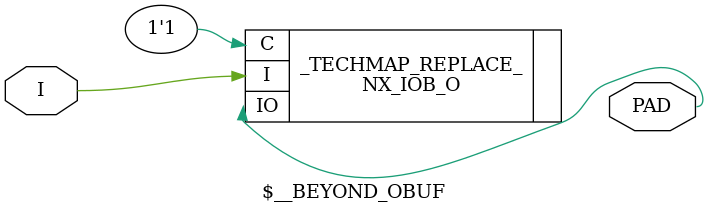
<source format=v>
module \$__BEYOND_IBUF (input PAD, output O);
	NX_IOB_I _TECHMAP_REPLACE_ (.IO(PAD), .O(O), .C(1'b0));
endmodule

module \$__BEYOND_OBUF (output PAD, input I);
	NX_IOB_O _TECHMAP_REPLACE_ (.IO(PAD), .I(I), .C(1'b1));
endmodule


</source>
